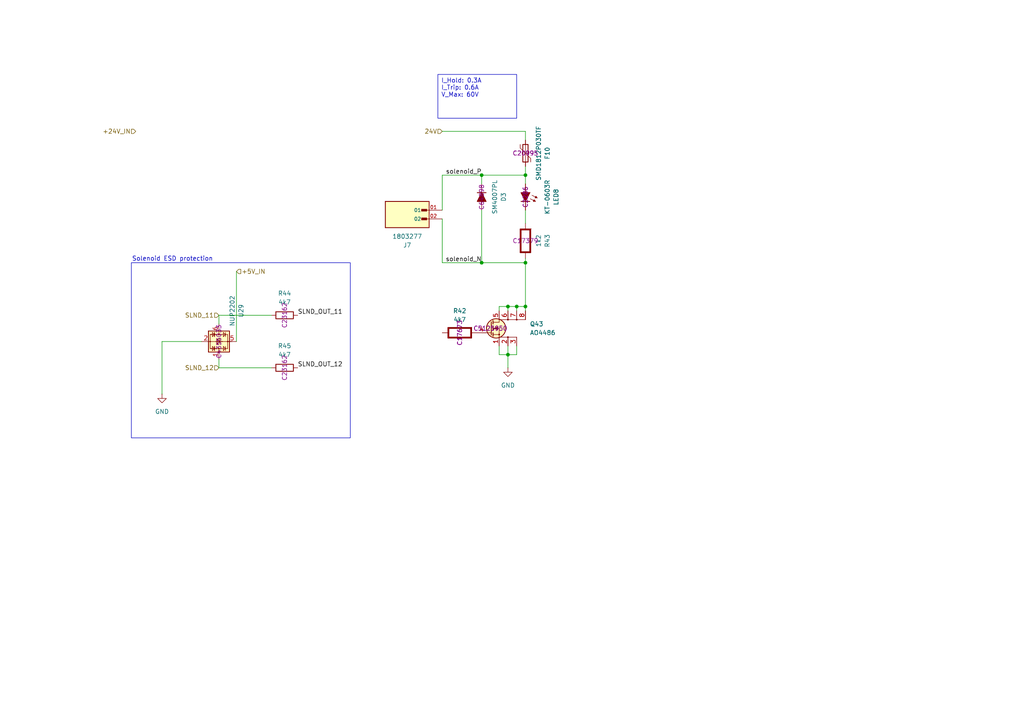
<source format=kicad_sch>
(kicad_sch (version 20250114) (generator "eeschema") (generator_version "9.0")
  (paper "A4")
  (lib_symbols
    (symbol "Device:Polyfuse" (pin_numbers (hide yes)) (pin_names (offset 0))
      (property "Reference" "F" (at -2.54 0 90))
      (property "Value" "Polyfuse" (at 2.54 0 90))
      (symbol "Polyfuse_0_1"
        (polyline (pts (xy -1.524 2.54) (xy -1.524 1.524) (xy 1.524 -1.524) (xy 1.524 -2.54)))
        (rectangle (start -0.762 2.54) (end 0.762 -2.54) (stroke (width 0.254)))
        (polyline (pts (xy 0 2.54) (xy 0 -2.54)))
      )
      (symbol "Polyfuse_1_1"
        (pin passive line (at 0 3.81 270) (length 1.27) (name "~") (number "1"))
        (pin passive line (at 0 -3.81 90) (length 1.27) (name "~") (number "2"))
      )
    )
    (symbol "Device:R" (pin_numbers (hide yes)) (pin_names (offset 0))
      (property "Reference" "R" (at 2.032 0 90))
      (property "Value" "R" (at 0 0 90))
      (symbol "R_0_1"
        (rectangle (start -1.016 -2.54) (end 1.016 2.54) (stroke (width 0.254)))
      )
      (symbol "R_1_1"
        (pin passive line (at 0 3.81 270) (length 1.27) (name "~") (number "1"))
        (pin passive line (at 0 -3.81 90) (length 1.27) (name "~") (number "2"))
      )
    )
    (symbol "PCM_Diode_AKL:SM4007PL" (pin_numbers (hide yes)) (pin_names (offset 1.016) (hide yes))
      (property "Reference" "D" (at 0 5.08 0))
      (property "Value" "SM4007PL" (at 0 2.54 0))
      (symbol "SM4007PL_0_1"
        (polyline (pts (xy -1.27 1.27) (xy -1.27 -1.27) (xy 1.27 0) (xy -1.27 1.27)) (stroke (width 0.254)) (fill (type outline)))
        (polyline (pts (xy -1.27 0) (xy 1.27 0)))
        (polyline (pts (xy 1.27 1.27) (xy 1.27 -1.27)) (stroke (width 0.254)))
      )
      (symbol "SM4007PL_0_2"
        (polyline (pts (xy -2.54 -2.54) (xy 2.54 2.54)))
        (polyline (pts (xy -0.889 -0.889) (xy -1.778 0) (xy 0.889 0.889) (xy 0 -1.778) (xy -0.889 -0.889)) (stroke (width 0.254)) (fill (type outline)))
        (polyline (pts (xy 0 1.778) (xy 1.778 0)) (stroke (width 0.254)))
      )
      (symbol "SM4007PL_1_1"
        (pin passive line (at -3.81 0 0) (length 2.54) (name "A") (number "2"))
        (pin passive line (at 3.81 0 180) (length 2.54) (name "K") (number "1"))
      )
      (symbol "SM4007PL_1_2"
        (pin passive line (at -2.54 -2.54 0) (length 0) (name "A") (number "2"))
        (pin passive line (at 2.54 2.54 180) (length 0) (name "K") (number "1"))
      )
    )
    (symbol "PCM_Elektuur:R" (pin_numbers (hide yes)) (pin_names (offset 0) (hide yes))
      (property "Reference" "R" (at 2.54 3.175 0))
      (property "Value" "R" (at 0 0 90))
      (symbol "R_1_1"
        (polyline (pts (xy -1.524 -3.429) (xy 1.524 -3.429) (xy 1.524 3.429) (xy -1.524 3.429) (xy -1.524 -3.429) (xy -1.27 -3.175) (xy -1.27 3.175) (xy 1.27 3.175) (xy 1.27 -3.175) (xy -1.27 -3.175) (xy -1.524 -3.429)) (stroke (width 0.254)) (fill (type outline)))
        (pin passive line (at 0 5.08 270) (length 1.651) (name "+") (number "1"))
        (pin passive line (at 0 -5.08 90) (length 1.651) (name "-") (number "2"))
      )
      (symbol "R_1_2"
        (polyline (pts (xy -0.508 -3.429) (xy 1.524 -3.429) (xy 1.524 3.429) (xy -0.508 3.429) (xy -0.508 3.175) (xy 1.27 3.175) (xy 1.27 -3.175) (xy -0.508 -3.175) (xy -0.508 -3.429)) (stroke (width 0.254)) (fill (type outline)))
        (pin passive line (at 0 5.08 270) (length 1.651) (name "+") (number "1"))
        (pin passive line (at 0 -5.08 90) (length 1.651) (name "-") (number "2"))
      )
      (symbol "R_1_3"
        (polyline (pts (xy 0 3.4798) (xy 0 3.2004) (xy 0.7112 2.794) (xy -1.1938 1.6764) (xy 0.7112 0.5588) (xy -1.1938 -0.5588) (xy 0.7112 -1.6764) (xy -1.1938 -2.794) (xy 0 -3.4798) (xy 0 -3.2004) (xy -0.7112 -2.794) (xy 1.1938 -1.6764) (xy -0.7112 -0.5588) (xy 1.1938 0.5588) (xy -0.7112 1.6764) (xy 1.1938 2.794) (xy 0 3.4798)) (stroke (width 0.254)) (fill (type outline)))
        (pin passive line (at 0 5.08 270) (length 1.6002) (name "+") (number "1"))
        (pin passive line (at 0 -5.08 90) (length 1.6002) (name "-") (number "2"))
      )
      (symbol "R_1_4"
        (polyline (pts (xy 0 4.5466) (xy 0 4.2672) (xy 0.0508 4.2418) (xy 1.016 3.683) (xy -1.524 2.2098) (xy 1.016 0.7366) (xy -1.524 -0.7366) (xy 1.016 -2.2098) (xy -1.524 -3.683) (xy -0.0762 -4.5212) (xy 0 -4.5466) (xy 0 -4.2672) (xy -0.0508 -4.2418) (xy -1.016 -3.683) (xy 1.524 -2.2098) (xy -1.016 -0.7366) (xy 1.524 0.7366) (xy -1.016 2.2098) (xy 1.524 3.683) (xy 0.0762 4.5212) (xy 0 4.5466)) (stroke (width 0.254)) (fill (type outline)))
        (pin passive line (at 0 5.08 270) (length 0.5334) (name "+") (number "1"))
        (pin passive line (at 0 -5.08 90) (length 0.5334) (name "-") (number "2"))
      )
    )
    (symbol "PCM_LED_AKL:LED_1.8mm_SMD" (pin_numbers (hide yes)) (pin_names (offset 1.016) (hide yes))
      (property "Reference" "LED" (at 0 7.62 0))
      (property "Value" "LED_1.8mm_SMD" (at 0 5.08 0))
      (symbol "LED_1.8mm_SMD_0_1"
        (polyline (pts (xy -1.27 1.27) (xy -1.27 -1.27) (xy 1.27 0) (xy -1.27 1.27)) (stroke (width 0.254)) (fill (type outline)))
        (polyline (pts (xy -0.508 1.905) (xy 0.254 3.429)) (stroke (width 0.1524)))
        (polyline (pts (xy 0 2.921) (xy -0.254 3.048)) (stroke (width 0.1524)))
        (polyline (pts (xy 0 2.921) (xy 0.254 2.794)) (stroke (width 0.1524)))
        (polyline (pts (xy 0.254 2.794) (xy -0.254 3.048) (xy 0.254 3.429) (xy 0.254 2.794)) (stroke (width 0.1524)) (fill (type outline)))
        (polyline (pts (xy 0.508 1.397) (xy 1.27 2.921)) (stroke (width 0.1524)))
        (polyline (pts (xy 1.016 2.413) (xy 0.762 2.54)) (stroke (width 0.1524)))
        (polyline (pts (xy 1.016 2.413) (xy 1.27 2.286)) (stroke (width 0.1524)))
        (polyline (pts (xy 1.27 2.286) (xy 0.762 2.54) (xy 1.27 2.921) (xy 1.27 2.286)) (stroke (width 0.1524)) (fill (type outline)))
        (polyline (pts (xy 1.27 1.27) (xy 1.27 -1.27)) (stroke (width 0.254)))
        (polyline (pts (xy 1.27 0) (xy -1.27 0)))
      )
      (symbol "LED_1.8mm_SMD_0_2"
        (polyline (pts (xy -2.54 -2.54) (xy 2.54 2.54)))
        (polyline (pts (xy -2.159 2.413) (xy -2.286 1.778) (xy -1.6764 1.9812) (xy -2.159 2.413)) (fill (type outline)))
        (polyline (pts (xy -1.651 0.889) (xy -2.159 2.413)))
        (polyline (pts (xy -1.016 2.794) (xy -1.143 2.159) (xy -0.5334 2.3622) (xy -1.016 2.794)) (fill (type outline)))
        (polyline (pts (xy -0.889 -0.889) (xy -1.778 0) (xy 0.889 0.889) (xy 0 -1.778) (xy -0.889 -0.889)) (stroke (width 0.254)) (fill (type outline)))
        (polyline (pts (xy -0.508 1.27) (xy -1.016 2.794)))
        (polyline (pts (xy 0 1.778) (xy 1.778 0)) (stroke (width 0.254)))
      )
      (symbol "LED_1.8mm_SMD_1_1"
        (pin passive line (at -3.81 0 0) (length 2.54) (name "A") (number "2"))
        (pin passive line (at 3.81 0 180) (length 2.54) (name "K") (number "1"))
      )
      (symbol "LED_1.8mm_SMD_1_2"
        (pin passive line (at -2.54 -2.54 0) (length 0) (name "A") (number "2"))
        (pin passive line (at 2.54 2.54 180) (length 0) (name "K") (number "1"))
      )
    )
    (symbol "PCM_Transistor_MOSFET_AKL:AO4486" (pin_names (hide yes))
      (property "Reference" "Q" (at 5.08 1.27 0))
      (property "Value" "AO4486" (at 5.08 -1.27 0))
      (symbol "AO4486_0_1"
        (polyline (pts (xy 0.254 1.905) (xy 0.254 -1.905)) (stroke (width 0.254)))
        (polyline (pts (xy 0.254 -1.27) (xy -2.54 -1.27)))
        (polyline (pts (xy 0.762 2.286) (xy 0.762 1.27)) (stroke (width 0.254)))
        (polyline (pts (xy 0.762 0.508) (xy 0.762 -0.508)) (stroke (width 0.254)))
        (polyline (pts (xy 0.762 -1.27) (xy 0.762 -2.286)) (stroke (width 0.254)))
        (polyline (pts (xy 0.762 -1.778) (xy 2.54 -1.778)))
        (polyline (pts (xy 1.016 0) (xy 2.032 0.381) (xy 2.032 -0.381) (xy 1.016 0)) (fill (type outline)))
        (circle (center 1.651 0) (radius 2.794) (stroke (width 0.254)) (fill (type background)))
        (polyline (pts (xy 2.54 2.54) (xy 2.54 1.778)))
        (polyline (pts (xy 2.54 1.778) (xy 0.762 1.778)))
        (circle (center 2.54 -1.778) (radius 0.1778) (fill (type outline)))
        (polyline (pts (xy 2.54 -2.54) (xy 2.54 0) (xy 0.762 0)))
        (circle (center 5.08 2.54) (radius 0.1778) (fill (type outline)))
        (polyline (pts (xy 7.62 -2.54) (xy 2.54 -2.54)))
        (polyline (pts (xy 10.16 2.54) (xy 2.54 2.54)))
      )
      (symbol "AO4486_1_1"
        (circle (center 5.08 -2.54) (radius 0.1778) (fill (type outline)))
        (circle (center 7.62 2.54) (radius 0.1778) (fill (type outline)))
        (pin input line (at -3.81 -1.27 0) (length 2.54) (name "G") (number "4"))
        (pin passive line (at 2.54 5.08 270) (length 2.54) (name "D") (number "5"))
        (pin passive line (at 2.54 -5.08 90) (length 2.54) (name "S") (number "1"))
        (pin passive line (at 5.08 5.08 270) (length 2.54) (name "D") (number "6"))
        (pin passive line (at 5.08 -5.08 90) (length 2.54) (name "S") (number "2"))
        (pin passive line (at 7.62 5.08 270) (length 2.54) (name "D") (number "7"))
        (pin passive line (at 7.62 -5.08 90) (length 2.54) (name "S") (number "3"))
        (pin passive line (at 10.16 5.08 270) (length 2.54) (name "D") (number "8"))
      )
    )
    (symbol "Power_Protection:NUP2202"
      (property "Reference" "U" (at -5.334 -2.54 0))
      (property "Value" "NUP2202" (at 6.35 1.27 90))
      (symbol "NUP2202_0_1"
        (rectangle (start -3.048 3.048) (end 3.048 -3.048) (stroke (width 0.254)) (fill (type background)))
        (polyline (pts (xy -2.667 1.905) (xy -1.397 1.905)))
        (polyline (pts (xy -2.667 1.27) (xy -1.397 1.27) (xy -2.032 1.905) (xy -2.667 1.27)))
        (polyline (pts (xy -2.667 -1.27) (xy -1.397 -1.27)))
        (polyline (pts (xy -2.667 -1.27) (xy -1.397 -1.27)))
        (polyline (pts (xy -2.667 -1.905) (xy -1.397 -1.905) (xy -2.032 -1.27) (xy -2.667 -1.905)))
        (polyline (pts (xy -2.54 0) (xy -2.032 0)))
        (polyline (pts (xy -2.032 2.54) (xy 2.032 2.54)))
        (polyline (pts (xy -2.032 0.635) (xy -2.032 2.54)))
        (polyline (pts (xy -2.032 0.635) (xy -2.032 -0.635)))
        (circle (center -2.032 0) (radius 0.127))
        (circle (center -2.032 0) (radius 0.127))
        (polyline (pts (xy -2.032 -2.54) (xy -2.032 -0.635)))
        (polyline (pts (xy -2.032 -2.54) (xy -2.032 -0.635)))
        (polyline (pts (xy -0.762 0.254) (xy 0.762 0.254)))
        (polyline (pts (xy -0.762 -0.508) (xy 0.762 -0.508) (xy 0 0.254) (xy -0.762 -0.508)))
        (polyline (pts (xy -0.762 -0.508) (xy 0.762 -0.508) (xy 0 0.254) (xy -0.762 -0.508)))
        (circle (center 0 2.54) (radius 0.127))
        (polyline (pts (xy 0 1.016) (xy 0 3.81)))
        (polyline (pts (xy 0 -0.889) (xy 0 1.016)))
        (polyline (pts (xy 0 -0.889) (xy 0 1.016)))
        (polyline (pts (xy 0 -0.889) (xy 0 -2.54)))
        (circle (center 0 -2.54) (radius 0.127))
        (polyline (pts (xy 0.762 0) (xy 0.762 0.254)))
        (polyline (pts (xy 1.397 1.905) (xy 2.667 1.905)))
        (polyline (pts (xy 1.397 1.27) (xy 2.667 1.27) (xy 2.032 1.905) (xy 1.397 1.27)))
        (polyline (pts (xy 1.397 -1.27) (xy 2.667 -1.27)))
        (polyline (pts (xy 1.397 -1.27) (xy 2.667 -1.27)))
        (polyline (pts (xy 1.397 -1.905) (xy 2.667 -1.905) (xy 2.032 -1.27) (xy 1.397 -1.905)))
        (polyline (pts (xy 2.032 0.635) (xy 2.032 2.54)))
        (polyline (pts (xy 2.032 0.635) (xy 2.032 -0.635)))
        (polyline (pts (xy 2.032 0) (xy 2.54 0)))
        (circle (center 2.032 0) (radius 0.127))
        (circle (center 2.032 0) (radius 0.127))
        (polyline (pts (xy 2.032 -2.54) (xy -2.032 -2.54)))
        (polyline (pts (xy 2.032 -2.54) (xy 2.032 -0.635)))
        (polyline (pts (xy 2.032 -2.54) (xy 2.032 -0.635)))
      )
      (symbol "NUP2202_1_1"
        (pin passive line (at -5.08 0 0) (length 2.54) (name "~") (number "1"))
        (pin passive line (at 0 5.08 270) (length 2.54) (name "~") (number "5"))
        (pin no_connect line (at 0 2.54 270) (length 2.54) (hide yes) (name "~") (number "4"))
        (pin no_connect line (at 0 -2.54 90) (length 2.54) (hide yes) (name "~") (number "3"))
        (pin passive line (at 0 -5.08 90) (length 2.54) (name "~") (number "2"))
        (pin passive line (at 5.08 0 180) (length 2.54) (name "~") (number "6"))
      )
    )
    (symbol "TERM_BLOCK_HDR_2POS_3.81MM:1803277" (pin_names (offset 1.016))
      (property "Reference" "J" (at -6.85 5.08 0))
      (property "Value" "1803277" (at -6.35 -5.08 0))
      (symbol "1803277_0_0"
        (rectangle (start -6.35 -2.54) (end 6.35 5.08) (stroke (width 0.254)) (fill (type background)))
        (rectangle (start -5.715 2.2225) (end -4.1275 2.8575) (stroke (width 0.1)) (fill (type outline)))
        (rectangle (start -5.715 -0.3175) (end -4.1275 0.3175) (stroke (width 0.1)) (fill (type outline)))
        (pin passive line (at -10.16 2.54 0) (length 5.08) (name "01") (number "01"))
        (pin passive line (at -10.16 0 0) (length 5.08) (name "02") (number "02"))
      )
    )
    (symbol "power:GND" (power) (pin_numbers (hide yes)) (pin_names (offset 0) (hide yes))
      (property "Value" "GND" (at 0 -3.81 0))
      (symbol "GND_0_1"
        (polyline (pts (xy 0 0) (xy 0 -1.27) (xy 1.27 -1.27) (xy 0 -2.54) (xy -1.27 -1.27) (xy 0 -1.27)))
      )
      (symbol "GND_1_1"
        (pin power_in line (at 0 0 270) (length 0) (name "~") (number "1"))
      )
    )
  )
  (rectangle (start 38.1 76.2) (end 101.6 127))
  (text "Solenoid ESD protection" (at 50.038 75.184 0) (effects (font (size 1.27 1.27))))
  (text_box "I_Hold: 0.3A\nI_Trip: 0.6A\nV_Max: 60V" (at 127 21.59 0) (size 22.86 12.7) (margins 0.9525 0.9525 0.9525 0.9525) (effects (font (size 1.27 1.27)) (justify left top)))
  (junction (at 139.7 50.8))
  (junction (at 152.4 50.8))
  (junction (at 152.4 76.2))
  (junction (at 147.32 88.9))
  (junction (at 149.86 88.9))
  (junction (at 147.32 102.87))
  (junction (at 152.4 88.9))
  (junction (at 139.7 76.2))
  (wire (pts (xy 152.4 50.8) (xy 152.4 53.34)))
  (wire (pts (xy 78.74 106.68) (xy 63.5 106.68)))
  (wire (pts (xy 144.78 90.17) (xy 144.78 88.9)))
  (wire (pts (xy 46.99 99.06) (xy 46.99 114.3)))
  (wire (pts (xy 139.7 76.2) (xy 152.4 76.2)))
  (wire (pts (xy 128.27 60.96) (xy 128.27 50.8)))
  (wire (pts (xy 144.78 88.9) (xy 147.32 88.9)))
  (wire (pts (xy 139.7 60.96) (xy 139.7 76.2)))
  (wire (pts (xy 152.4 88.9) (xy 152.4 90.17)))
  (wire (pts (xy 152.4 76.2) (xy 152.4 88.9)))
  (wire (pts (xy 147.32 102.87) (xy 147.32 106.68)))
  (wire (pts (xy 63.5 104.14) (xy 63.5 106.68)))
  (wire (pts (xy 63.5 91.44) (xy 63.5 93.98)))
  (wire (pts (xy 152.4 74.93) (xy 152.4 76.2)))
  (wire (pts (xy 68.58 78.74) (xy 68.58 99.06)))
  (wire (pts (xy 149.86 102.87) (xy 147.32 102.87)))
  (wire (pts (xy 147.32 90.17) (xy 147.32 88.9)))
  (wire (pts (xy 128.27 38.1) (xy 152.4 38.1)))
  (wire (pts (xy 147.32 100.33) (xy 147.32 102.87)))
  (wire (pts (xy 128.27 76.2) (xy 139.7 76.2)))
  (wire (pts (xy 147.32 88.9) (xy 149.86 88.9)))
  (wire (pts (xy 128.27 63.5) (xy 128.27 76.2)))
  (wire (pts (xy 144.78 100.33) (xy 144.78 102.87)))
  (wire (pts (xy 139.7 53.34) (xy 139.7 50.8)))
  (wire (pts (xy 149.86 100.33) (xy 149.86 102.87)))
  (wire (pts (xy 78.74 91.44) (xy 63.5 91.44)))
  (wire (pts (xy 58.42 99.06) (xy 46.99 99.06)))
  (wire (pts (xy 139.7 50.8) (xy 152.4 50.8)))
  (wire (pts (xy 152.4 64.77) (xy 152.4 60.96)))
  (wire (pts (xy 149.86 88.9) (xy 152.4 88.9)))
  (wire (pts (xy 149.86 90.17) (xy 149.86 88.9)))
  (wire (pts (xy 152.4 48.26) (xy 152.4 50.8)))
  (wire (pts (xy 128.27 50.8) (xy 139.7 50.8)))
  (wire (pts (xy 152.4 38.1) (xy 152.4 40.64)))
  (wire (pts (xy 144.78 102.87) (xy 147.32 102.87)))
  (label "solenoid_N" (at 139.7 76.2 180))
  (label "SLND_OUT_12" (at 86.36 106.68 0))
  (label "solenoid_P" (at 139.7 50.8 180))
  (label "SLND_OUT_11" (at 86.36 91.44 0))
  (hierarchical_label "+5V_IN" (shape input) (at 68.58 78.74 0))
  (hierarchical_label "24V" (shape input) (at 128.27 38.1 180))
  (hierarchical_label "SLND_11" (shape input) (at 63.5 91.44 180))
  (hierarchical_label "+24V_IN" (shape input) (at 39.37 38.1 180))
  (hierarchical_label "SLND_12" (shape input) (at 63.5 106.68 180))
  (symbol (lib_id "Device:R") (at 82.55 91.44 270) (mirror x) (unit 1)
    (property "Reference" "R44" (at 82.55 85.09 90))
    (property "Value" "4k7" (at 82.55 87.63 90))
    (property "Footprint" "Resistor_SMD:R_0201_0603Metric" (effects (hide yes)))
    (property "Description" "Resistor" (effects (hide yes)))
    (property "jlcpcb" "C23162" (at 82.55 91.44 0))
  )
  (symbol (lib_id "power:GND") (at 46.99 114.3 0) (mirror y) (unit 1)
    (property "Reference" "#PWR0158" (effects (hide yes)))
    (property "Value" "GND" (at 46.99 119.38 0))
    (property "Description" "Power symbol creates a global label with name \"GND\" , ground" (effects (hide yes)))
  )
  (symbol (lib_id "PCM_Elektuur:R") (at 133.35 96.52 90) (mirror x) (unit 1)
    (property "Reference" "R42" (at 133.35 90.17 90))
    (property "Value" "4k7" (at 133.35 92.71 90))
    (property "Footprint" "Resistor_SMD:R_0805_2012Metric_Pad1.20x1.40mm_HandSolder" (effects (hide yes)))
    (property "Description" "resistor" (effects (hide yes)))
    (property "Indicator" "+" (effects (hide yes)))
    (property "Rating" "W" (effects (hide yes)))
    (property "JLCPCB" "C17673" (at 133.35 96.52 0))
  )
  (symbol (lib_id "PCM_Elektuur:R") (at 152.4 69.85 180) (unit 1)
    (property "Reference" "R43" (at 158.75 69.85 90))
    (property "Value" "1k2" (at 156.21 69.85 90))
    (property "Footprint" "Resistor_SMD:R_0805_2012Metric_Pad1.20x1.40mm_HandSolder" (effects (hide yes)))
    (property "Description" "resistor" (effects (hide yes)))
    (property "Indicator" "+" (effects (hide yes)))
    (property "Rating" "W" (effects (hide yes)))
    (property "JLCPCB" "C17379" (at 152.4 69.85 0))
  )
  (symbol (lib_id "PCM_LED_AKL:LED_1.8mm_SMD") (at 152.4 57.15 270) (unit 1)
    (property "Reference" "LED8" (at 161.29 57.15 0))
    (property "Value" "KT-0603R" (at 158.75 57.15 0))
    (property "Footprint" "PCM_LED_SMD_AKL:LED_0201_0603Metric" (effects (hide yes)))
    (property "Description" "LED, Generic 1.8mm SMD subminiature gull wing, Alternate KiCad Library" (effects (hide yes)))
    (property "JLCPCB" "C2286" (at 152.4 57.15 0))
  )
  (symbol (lib_id "PCM_Transistor_MOSFET_AKL:AO4486") (at 142.24 95.25 0) (unit 1)
    (property "Reference" "Q43" (at 153.67 93.9799 0) (effects (justify left)))
    (property "Value" "AO4486" (at 153.67 96.5199 0) (effects (justify left)))
    (property "Footprint" "PCM_Package_SO_AKL:SO-8_3.9x4.9mm_P1.27mm" (effects (hide yes)))
    (property "Datasheet" "https://www.tme.eu/Document/d55341786eaff8f9677c507530d46e66/AO4486.pdf" (effects (hide yes)))
    (property "Description" "SO-8 N-MOSFET enchancement mode transistor, 100V, 4.2A, 3.1W, Alternate KiCAD Library" (effects (hide yes)))
    (property "JLCPCB" "C5125950" (at 142.24 95.25 0))
  )
  (symbol (lib_id "TERM_BLOCK_HDR_2POS_3.81MM:1803277") (at 118.11 63.5 0) (mirror y) (unit 1)
    (property "Reference" "J7" (at 118.11 71.12 0))
    (property "Value" "1803277" (at 118.11 68.58 0))
    (property "Footprint" "footprints:PHOENIX_1803277" (effects (hide yes)))
    (property "SnapEDA_Link" "https://www.snapeda.com/parts/1803277/Phoenix+Contact/view-part/?ref=snap" (effects (hide yes)))
    (property "Description_1" "Pluggable Header 3.81mm 16AWG 160V 8A 2 Position COMBICON MC Series | Phoenix Contact 1803277" (effects (hide yes)))
    (property "Package" "None" (effects (hide yes)))
    (property "Price" "None" (effects (hide yes)))
    (property "MF" "Phoenix Contact" (effects (hide yes)))
    (property "MP" "1803277" (effects (hide yes)))
    (property "Availability" "In Stock" (effects (hide yes)))
    (property "Check_prices" "https://www.snapeda.com/parts/1803277/Phoenix+Contact/view-part/?ref=eda" (effects (hide yes)))
  )
  (symbol (lib_id "Power_Protection:NUP2202") (at 63.5 99.06 270) (mirror x) (unit 1)
    (property "Reference" "U29" (at 69.9202 90.17 0))
    (property "Value" "NUP2202" (at 67.3802 90.17 0))
    (property "Footprint" "Package_TO_SOT_SMD:SOT-363_SC-70-6" (effects (hide yes)))
    (property "Datasheet" "https://www.onsemi.com/pdf/datasheet/nup2202w1-d.pdf" (effects (hide yes)))
    (property "Description" "Transient voltage suppressor designed to protect high speed data lines from ESD, EFT, and lightning" (effects (hide yes)))
    (property "jlcpcb" "C4355033" (at 63.5 99.06 0))
  )
  (symbol (lib_id "power:GND") (at 147.32 106.68 0) (unit 1)
    (property "Reference" "#PWR0157" (effects (hide yes)))
    (property "Value" "GND" (at 147.32 111.76 0))
    (property "Description" "Power symbol creates a global label with name \"GND\" , ground" (effects (hide yes)))
  )
  (symbol (lib_id "Device:R") (at 82.55 106.68 270) (mirror x) (unit 1)
    (property "Reference" "R45" (at 82.55 100.33 90))
    (property "Value" "4k7" (at 82.55 102.87 90))
    (property "Footprint" "Resistor_SMD:R_0201_0603Metric" (effects (hide yes)))
    (property "Description" "Resistor" (effects (hide yes)))
    (property "jlcpcb" "C23162" (at 82.55 106.68 0))
  )
  (symbol (lib_id "Device:Polyfuse") (at 152.4 44.45 0) (unit 1)
    (property "Reference" "F10" (at 158.75 44.45 90))
    (property "Value" "SMD1812P030TF" (at 156.21 44.45 90))
    (property "Footprint" "Fuse:Fuse_1812_4532Metric_Pad1.30x3.40mm_HandSolder" (effects (hide yes)))
    (property "Description" "Resettable fuse, polymeric positive temperature coefficient" (effects (hide yes)))
    (property "JLCPCB" "C20995" (at 152.4 44.45 0))
  )
  (symbol (lib_id "PCM_Diode_AKL:SM4007PL") (at 139.7 57.15 270) (mirror x) (unit 1)
    (property "Reference" "D3" (at 146.05 57.15 0))
    (property "Value" "SM4007PL" (at 143.51 57.15 0))
    (property "Footprint" "PCM_Diode_SMD_AKL:D_SOD-123F" (effects (hide yes)))
    (property "Datasheet" "https://www.tme.eu/Document/46c9a94b8759dbc6300546e57a2a5c9c/SM4007PL-TP.pdf" (effects (hide yes)))
    (property "Description" "SOD-123F Diode, Rectifier, 1000V, 1A, Alternate KiCad Library" (effects (hide yes)))
    (property "JLCPCB" "C64898" (at 139.7 57.15 0))
  )
)
</source>
